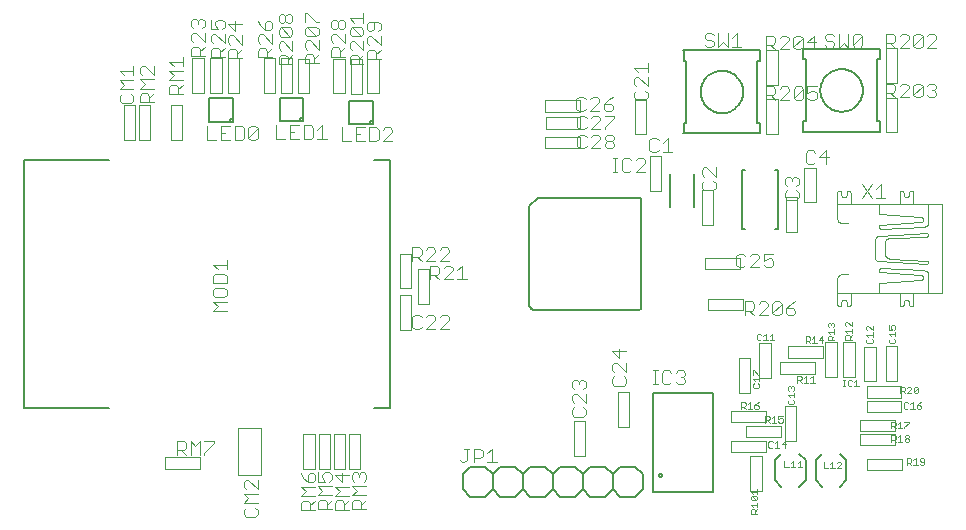
<source format=gto>
G75*
G70*
%OFA0B0*%
%FSLAX24Y24*%
%IPPOS*%
%LPD*%
%AMOC8*
5,1,8,0,0,1.08239X$1,22.5*
%
%ADD10C,0.0050*%
%ADD11C,0.0040*%
%ADD12C,0.0020*%
%ADD13C,0.0080*%
D10*
X012061Y012634D02*
X012602Y012634D01*
X012602Y004366D01*
X012061Y004366D01*
X003252Y012634D02*
X000398Y012634D01*
X000398Y004366D01*
X003252Y004366D01*
X017535Y011370D02*
X020880Y011370D01*
X020897Y011368D01*
X020914Y011364D01*
X020930Y011357D01*
X020944Y011347D01*
X020957Y011334D01*
X020967Y011320D01*
X020974Y011304D01*
X020978Y011287D01*
X020980Y011270D01*
X020980Y007730D01*
X020978Y007713D01*
X020974Y007696D01*
X020967Y007680D01*
X020957Y007666D01*
X020944Y007653D01*
X020930Y007643D01*
X020914Y007636D01*
X020897Y007632D01*
X020880Y007630D01*
X017437Y007630D01*
X017411Y007632D01*
X017386Y007637D01*
X017362Y007645D01*
X017338Y007656D01*
X017317Y007671D01*
X017298Y007688D01*
X017281Y007707D01*
X017266Y007729D01*
X017255Y007752D01*
X017247Y007776D01*
X017242Y007801D01*
X017240Y007827D01*
X017240Y011075D01*
X017535Y011370D01*
X026379Y013562D02*
X028941Y013562D01*
X028941Y016330D02*
X026379Y016330D01*
X026953Y014940D02*
X026955Y014993D01*
X026961Y015045D01*
X026971Y015097D01*
X026984Y015148D01*
X027002Y015198D01*
X027023Y015247D01*
X027048Y015294D01*
X027076Y015338D01*
X027107Y015381D01*
X027142Y015421D01*
X027179Y015458D01*
X027219Y015493D01*
X027262Y015524D01*
X027307Y015552D01*
X027353Y015577D01*
X027402Y015598D01*
X027452Y015616D01*
X027503Y015629D01*
X027555Y015639D01*
X027607Y015645D01*
X027660Y015647D01*
X027713Y015645D01*
X027765Y015639D01*
X027817Y015629D01*
X027868Y015616D01*
X027918Y015598D01*
X027967Y015577D01*
X028014Y015552D01*
X028058Y015524D01*
X028101Y015493D01*
X028141Y015458D01*
X028178Y015421D01*
X028213Y015381D01*
X028244Y015338D01*
X028272Y015293D01*
X028297Y015247D01*
X028318Y015198D01*
X028336Y015148D01*
X028349Y015097D01*
X028359Y015045D01*
X028365Y014993D01*
X028367Y014940D01*
X028365Y014887D01*
X028359Y014835D01*
X028349Y014783D01*
X028336Y014732D01*
X028318Y014682D01*
X028297Y014633D01*
X028272Y014586D01*
X028244Y014542D01*
X028213Y014499D01*
X028178Y014459D01*
X028141Y014422D01*
X028101Y014387D01*
X028058Y014356D01*
X028013Y014328D01*
X027967Y014303D01*
X027918Y014282D01*
X027868Y014264D01*
X027817Y014251D01*
X027765Y014241D01*
X027713Y014235D01*
X027660Y014233D01*
X027607Y014235D01*
X027555Y014241D01*
X027503Y014251D01*
X027452Y014264D01*
X027402Y014282D01*
X027353Y014303D01*
X027306Y014328D01*
X027262Y014356D01*
X027219Y014387D01*
X027179Y014422D01*
X027142Y014459D01*
X027107Y014499D01*
X027076Y014542D01*
X027048Y014587D01*
X027023Y014633D01*
X027002Y014682D01*
X026984Y014732D01*
X026971Y014783D01*
X026961Y014835D01*
X026955Y014887D01*
X026953Y014940D01*
X026380Y016318D02*
X026380Y015973D01*
X026479Y015973D01*
X026479Y013907D01*
X026380Y013907D01*
X026380Y013562D01*
X028940Y016318D02*
X028940Y015973D01*
X028841Y015973D01*
X028841Y013907D01*
X028940Y013907D01*
X028940Y013562D01*
X024951Y013512D02*
X022389Y013512D01*
X022389Y016280D02*
X024951Y016280D01*
X022963Y014890D02*
X022965Y014943D01*
X022971Y014995D01*
X022981Y015047D01*
X022994Y015098D01*
X023012Y015148D01*
X023033Y015197D01*
X023058Y015244D01*
X023086Y015288D01*
X023117Y015331D01*
X023152Y015371D01*
X023189Y015408D01*
X023229Y015443D01*
X023272Y015474D01*
X023317Y015502D01*
X023363Y015527D01*
X023412Y015548D01*
X023462Y015566D01*
X023513Y015579D01*
X023565Y015589D01*
X023617Y015595D01*
X023670Y015597D01*
X023723Y015595D01*
X023775Y015589D01*
X023827Y015579D01*
X023878Y015566D01*
X023928Y015548D01*
X023977Y015527D01*
X024024Y015502D01*
X024068Y015474D01*
X024111Y015443D01*
X024151Y015408D01*
X024188Y015371D01*
X024223Y015331D01*
X024254Y015288D01*
X024282Y015243D01*
X024307Y015197D01*
X024328Y015148D01*
X024346Y015098D01*
X024359Y015047D01*
X024369Y014995D01*
X024375Y014943D01*
X024377Y014890D01*
X024375Y014837D01*
X024369Y014785D01*
X024359Y014733D01*
X024346Y014682D01*
X024328Y014632D01*
X024307Y014583D01*
X024282Y014536D01*
X024254Y014492D01*
X024223Y014449D01*
X024188Y014409D01*
X024151Y014372D01*
X024111Y014337D01*
X024068Y014306D01*
X024023Y014278D01*
X023977Y014253D01*
X023928Y014232D01*
X023878Y014214D01*
X023827Y014201D01*
X023775Y014191D01*
X023723Y014185D01*
X023670Y014183D01*
X023617Y014185D01*
X023565Y014191D01*
X023513Y014201D01*
X023462Y014214D01*
X023412Y014232D01*
X023363Y014253D01*
X023316Y014278D01*
X023272Y014306D01*
X023229Y014337D01*
X023189Y014372D01*
X023152Y014409D01*
X023117Y014449D01*
X023086Y014492D01*
X023058Y014537D01*
X023033Y014583D01*
X023012Y014632D01*
X022994Y014682D01*
X022981Y014733D01*
X022971Y014785D01*
X022965Y014837D01*
X022963Y014890D01*
X022390Y016268D02*
X022390Y015923D01*
X022489Y015923D01*
X022489Y013857D01*
X022390Y013857D01*
X022390Y013512D01*
X024950Y016268D02*
X024950Y015923D01*
X024851Y015923D01*
X024851Y013857D01*
X024950Y013857D01*
X024950Y013512D01*
X007374Y014674D02*
X007374Y013985D01*
X007374Y013886D01*
X007275Y013886D01*
X006586Y013886D01*
X006586Y014674D01*
X007374Y014674D01*
X007374Y013985D02*
X007275Y013985D01*
X007275Y013886D01*
X009714Y014694D02*
X009714Y014005D01*
X009714Y013906D01*
X009615Y013906D01*
X008926Y013906D01*
X008926Y014694D01*
X009714Y014694D01*
X009714Y014005D02*
X009615Y014005D01*
X009615Y013906D01*
X012034Y014604D02*
X012034Y013915D01*
X012034Y013816D01*
X011935Y013816D01*
X011246Y013816D01*
X011246Y014604D01*
X012034Y014604D01*
X012034Y013915D02*
X011935Y013915D01*
X011935Y013816D01*
X025655Y001729D02*
X025438Y001945D01*
X025438Y002615D01*
X025655Y002831D01*
X026245Y002831D02*
X026462Y002615D01*
X026462Y001945D01*
X026245Y001729D01*
X027605Y002831D02*
X027822Y002615D01*
X027822Y001945D01*
X027605Y001729D01*
X027015Y001729D02*
X026798Y001945D01*
X026798Y002615D01*
X027015Y002831D01*
X021380Y001570D02*
X021380Y004870D01*
X023380Y004870D01*
X023380Y001570D01*
X021380Y001570D01*
X021580Y002120D02*
X021582Y002133D01*
X021587Y002146D01*
X021596Y002157D01*
X021607Y002164D01*
X021620Y002169D01*
X021633Y002170D01*
X021647Y002167D01*
X021659Y002161D01*
X021669Y002152D01*
X021676Y002140D01*
X021680Y002127D01*
X021680Y002113D01*
X021676Y002100D01*
X021669Y002088D01*
X021659Y002079D01*
X021647Y002073D01*
X021633Y002070D01*
X021620Y002071D01*
X021607Y002076D01*
X021596Y002083D01*
X021587Y002094D01*
X021582Y002107D01*
X021580Y002120D01*
X024448Y010306D02*
X024349Y010306D01*
X024349Y012274D01*
X024448Y012274D01*
X025432Y012274D02*
X025531Y012274D01*
X025531Y010306D01*
X025432Y010306D01*
X022744Y011069D02*
X022744Y012151D01*
X021956Y012151D02*
X021956Y011069D01*
D11*
X007166Y007592D02*
X006706Y007592D01*
X006859Y007745D01*
X006706Y007898D01*
X007166Y007898D01*
X006706Y008282D02*
X006706Y008129D01*
X006782Y008052D01*
X007089Y008052D01*
X007166Y008129D01*
X007166Y008282D01*
X007089Y008359D01*
X006782Y008359D01*
X006706Y008282D01*
X006706Y008512D02*
X007166Y008512D01*
X007166Y008742D01*
X007089Y008819D01*
X006782Y008819D01*
X006706Y008742D01*
X006706Y008512D01*
X006859Y008973D02*
X006706Y009126D01*
X007166Y009126D01*
X007166Y008973D02*
X007166Y009279D01*
X020031Y012226D02*
X020184Y012226D01*
X020108Y012226D02*
X020108Y012686D01*
X020184Y012686D02*
X020031Y012686D01*
X020645Y012610D02*
X020568Y012686D01*
X020415Y012686D01*
X020338Y012610D01*
X020338Y012303D01*
X020415Y012226D01*
X020568Y012226D01*
X020645Y012303D01*
X021105Y012226D02*
X020798Y012226D01*
X021105Y012533D01*
X021105Y012610D01*
X021028Y012686D01*
X020875Y012686D01*
X020798Y012610D01*
X031020Y008172D02*
X027516Y008172D01*
X027516Y008668D01*
X027518Y008690D01*
X027523Y008712D01*
X027532Y008733D01*
X027543Y008752D01*
X027558Y008769D01*
X027575Y008784D01*
X027594Y008795D01*
X027615Y008804D01*
X027637Y008809D01*
X027659Y008811D01*
X027659Y008812D02*
X027869Y008812D01*
X027885Y010528D02*
X027654Y010528D01*
X027632Y010530D01*
X027611Y010535D01*
X027591Y010543D01*
X027573Y010554D01*
X027556Y010568D01*
X027542Y010585D01*
X027531Y010603D01*
X027523Y010623D01*
X027518Y010644D01*
X027516Y010666D01*
X027516Y011169D01*
X029596Y011169D01*
X031020Y011169D01*
X031020Y008172D01*
X027516Y011169D02*
X027516Y011538D01*
X027515Y011539D02*
X027516Y011552D01*
X027521Y011565D01*
X027528Y011577D01*
X027538Y011587D01*
X027550Y011594D01*
X027563Y011599D01*
X027576Y011600D01*
X027576Y011599D02*
X027576Y011599D01*
X027591Y011597D01*
X027605Y011592D01*
X027617Y011585D01*
X027628Y011574D01*
X027635Y011562D01*
X027640Y011548D01*
X027642Y011533D01*
X027643Y011533D02*
X027643Y011472D01*
X027645Y011455D01*
X027650Y011438D01*
X027658Y011423D01*
X027669Y011410D01*
X027682Y011399D01*
X027697Y011391D01*
X027714Y011386D01*
X027731Y011384D01*
X027742Y011384D01*
X027759Y011386D01*
X027776Y011391D01*
X027791Y011399D01*
X027804Y011410D01*
X027815Y011423D01*
X027823Y011438D01*
X027828Y011455D01*
X027830Y011472D01*
X027830Y011538D01*
X027832Y011552D01*
X027836Y011564D01*
X027843Y011576D01*
X027853Y011586D01*
X027865Y011593D01*
X027877Y011597D01*
X027891Y011599D01*
X027906Y011597D01*
X027920Y011592D01*
X027932Y011585D01*
X027943Y011574D01*
X027950Y011562D01*
X027955Y011548D01*
X027957Y011533D01*
X027957Y011191D01*
X029596Y011169D02*
X029596Y011538D01*
X029597Y011539D02*
X029598Y011552D01*
X029603Y011565D01*
X029610Y011576D01*
X029620Y011586D01*
X029631Y011593D01*
X029644Y011598D01*
X029657Y011599D01*
X029657Y011599D01*
X029672Y011597D01*
X029686Y011592D01*
X029698Y011585D01*
X029709Y011574D01*
X029716Y011562D01*
X029721Y011548D01*
X029723Y011533D01*
X029723Y011472D01*
X029724Y011472D02*
X029726Y011455D01*
X029731Y011438D01*
X029739Y011423D01*
X029750Y011410D01*
X029763Y011399D01*
X029778Y011391D01*
X029795Y011386D01*
X029812Y011384D01*
X029823Y011384D01*
X029840Y011386D01*
X029857Y011391D01*
X029872Y011399D01*
X029885Y011410D01*
X029896Y011423D01*
X029904Y011438D01*
X029909Y011455D01*
X029911Y011472D01*
X029911Y011538D01*
X029913Y011552D01*
X029917Y011564D01*
X029924Y011576D01*
X029934Y011586D01*
X029946Y011593D01*
X029958Y011597D01*
X029972Y011599D01*
X029987Y011597D01*
X030001Y011592D01*
X030013Y011585D01*
X030024Y011574D01*
X030031Y011562D01*
X030036Y011548D01*
X030038Y011533D01*
X030038Y011191D01*
X030038Y008172D02*
X030038Y007802D01*
X030037Y007802D02*
X030036Y007789D01*
X030031Y007776D01*
X030024Y007765D01*
X030014Y007755D01*
X030003Y007748D01*
X029990Y007743D01*
X029977Y007742D01*
X029977Y007741D02*
X029977Y007741D01*
X029962Y007743D01*
X029948Y007748D01*
X029936Y007755D01*
X029925Y007766D01*
X029918Y007778D01*
X029913Y007792D01*
X029911Y007807D01*
X029911Y007868D01*
X029909Y007885D01*
X029904Y007902D01*
X029896Y007917D01*
X029885Y007930D01*
X029872Y007941D01*
X029857Y007949D01*
X029840Y007954D01*
X029823Y007956D01*
X029812Y007956D01*
X029795Y007954D01*
X029778Y007949D01*
X029763Y007941D01*
X029750Y007930D01*
X029739Y007917D01*
X029731Y007902D01*
X029726Y007885D01*
X029724Y007868D01*
X029723Y007868D02*
X029723Y007802D01*
X029724Y007802D02*
X029722Y007788D01*
X029718Y007776D01*
X029711Y007764D01*
X029701Y007754D01*
X029689Y007747D01*
X029677Y007743D01*
X029663Y007741D01*
X029648Y007743D01*
X029634Y007748D01*
X029622Y007755D01*
X029611Y007766D01*
X029604Y007778D01*
X029599Y007792D01*
X029597Y007807D01*
X029596Y007807D02*
X029596Y008150D01*
X027957Y008172D02*
X027957Y007802D01*
X027958Y007802D02*
X027956Y007789D01*
X027952Y007776D01*
X027945Y007764D01*
X027935Y007754D01*
X027923Y007747D01*
X027910Y007742D01*
X027897Y007741D01*
X027896Y007741D02*
X027896Y007741D01*
X027881Y007743D01*
X027867Y007748D01*
X027855Y007755D01*
X027844Y007766D01*
X027837Y007778D01*
X027832Y007792D01*
X027830Y007807D01*
X027830Y007868D01*
X027828Y007885D01*
X027823Y007902D01*
X027815Y007917D01*
X027804Y007930D01*
X027791Y007941D01*
X027776Y007949D01*
X027759Y007954D01*
X027742Y007956D01*
X027731Y007956D01*
X027714Y007954D01*
X027697Y007949D01*
X027682Y007941D01*
X027669Y007930D01*
X027658Y007917D01*
X027650Y007902D01*
X027645Y007885D01*
X027643Y007868D01*
X027643Y007802D01*
X027641Y007788D01*
X027637Y007776D01*
X027630Y007764D01*
X027620Y007754D01*
X027608Y007747D01*
X027596Y007743D01*
X027582Y007741D01*
X027567Y007743D01*
X027553Y007748D01*
X027541Y007755D01*
X027530Y007766D01*
X027523Y007778D01*
X027518Y007792D01*
X027516Y007807D01*
X027516Y008177D01*
X030551Y008194D02*
X030551Y008801D01*
X030549Y008823D01*
X030544Y008844D01*
X030536Y008864D01*
X030525Y008882D01*
X030511Y008899D01*
X030494Y008913D01*
X030476Y008924D01*
X030456Y008932D01*
X030435Y008937D01*
X030413Y008939D01*
X030397Y008939D01*
X028951Y009005D01*
X028937Y009004D01*
X028923Y009000D01*
X028912Y008992D01*
X028902Y008982D01*
X028895Y008970D01*
X028891Y008957D01*
X028890Y008943D01*
X028893Y008929D01*
X028899Y008916D01*
X028907Y008906D01*
X028919Y008897D01*
X028931Y008891D01*
X028945Y008889D01*
X030281Y008801D01*
X030280Y008801D02*
X030299Y008798D01*
X030316Y008791D01*
X030332Y008782D01*
X030346Y008769D01*
X030357Y008754D01*
X030365Y008738D01*
X030370Y008720D01*
X030371Y008701D01*
X030369Y008683D01*
X030363Y008665D01*
X030354Y008649D01*
X030342Y008635D01*
X030327Y008623D01*
X030311Y008614D01*
X030293Y008609D01*
X030275Y008607D01*
X030275Y008608D02*
X028934Y008519D01*
X028922Y008517D01*
X028911Y008511D01*
X028902Y008503D01*
X028895Y008493D01*
X028891Y008482D01*
X028890Y008470D01*
X028890Y008194D01*
X028907Y009242D02*
X028886Y009244D01*
X028866Y009249D01*
X028847Y009257D01*
X028829Y009267D01*
X028813Y009281D01*
X028799Y009297D01*
X028789Y009315D01*
X028781Y009334D01*
X028776Y009354D01*
X028774Y009375D01*
X028906Y009242D02*
X030491Y009160D01*
X030490Y009159D02*
X030504Y009160D01*
X030517Y009165D01*
X030528Y009173D01*
X030537Y009183D01*
X030543Y009196D01*
X030546Y009209D01*
X030545Y009223D01*
X030540Y009236D01*
X030532Y009247D01*
X030522Y009256D01*
X030509Y009262D01*
X030496Y009265D01*
X030496Y009264D02*
X029271Y009331D01*
X029247Y009333D01*
X029223Y009338D01*
X029200Y009346D01*
X029179Y009358D01*
X029159Y009373D01*
X029142Y009390D01*
X029127Y009410D01*
X029115Y009431D01*
X029107Y009454D01*
X029102Y009478D01*
X029100Y009502D01*
X029100Y009849D01*
X029099Y009849D02*
X029101Y009873D01*
X029106Y009896D01*
X029114Y009918D01*
X029125Y009939D01*
X029140Y009958D01*
X029156Y009974D01*
X029175Y009989D01*
X029196Y010000D01*
X029218Y010008D01*
X029241Y010013D01*
X029265Y010015D01*
X029293Y010015D01*
X030491Y010070D01*
X030504Y010072D01*
X030517Y010078D01*
X030528Y010087D01*
X030536Y010098D01*
X030541Y010111D01*
X030543Y010125D01*
X030541Y010139D01*
X030536Y010152D01*
X030528Y010163D01*
X030517Y010172D01*
X030504Y010178D01*
X030491Y010180D01*
X030491Y010181D02*
X028918Y010098D01*
X028895Y010096D01*
X028874Y010091D01*
X028853Y010082D01*
X028833Y010070D01*
X028816Y010056D01*
X028802Y010039D01*
X028790Y010019D01*
X028781Y009998D01*
X028776Y009977D01*
X028774Y009954D01*
X028774Y009375D01*
X030551Y011147D02*
X030551Y010539D01*
X030549Y010517D01*
X030544Y010496D01*
X030536Y010476D01*
X030525Y010458D01*
X030511Y010441D01*
X030494Y010427D01*
X030476Y010416D01*
X030456Y010408D01*
X030435Y010403D01*
X030413Y010401D01*
X030397Y010401D01*
X028951Y010335D01*
X028937Y010336D01*
X028923Y010340D01*
X028912Y010348D01*
X028902Y010358D01*
X028895Y010370D01*
X028891Y010383D01*
X028890Y010397D01*
X028893Y010411D01*
X028899Y010424D01*
X028907Y010434D01*
X028919Y010443D01*
X028931Y010449D01*
X028945Y010451D01*
X030281Y010539D01*
X030280Y010539D02*
X030299Y010542D01*
X030316Y010549D01*
X030332Y010558D01*
X030346Y010571D01*
X030357Y010586D01*
X030365Y010602D01*
X030370Y010620D01*
X030371Y010639D01*
X030369Y010657D01*
X030363Y010675D01*
X030354Y010691D01*
X030342Y010705D01*
X030327Y010717D01*
X030311Y010726D01*
X030293Y010731D01*
X030275Y010733D01*
X028934Y010821D01*
X028922Y010823D01*
X028911Y010829D01*
X028902Y010837D01*
X028895Y010847D01*
X028891Y010858D01*
X028890Y010870D01*
X028890Y010871D02*
X028890Y011147D01*
X028657Y011350D02*
X028350Y011810D01*
X028657Y011810D02*
X028350Y011350D01*
X028810Y011657D02*
X028964Y011810D01*
X028964Y011350D01*
X029117Y011350D02*
X028810Y011350D01*
X027417Y016754D02*
X027340Y016830D01*
X027187Y016830D01*
X027110Y016754D01*
X027110Y016677D01*
X027187Y016600D01*
X027340Y016600D01*
X027417Y016523D01*
X027417Y016447D01*
X027340Y016370D01*
X027187Y016370D01*
X027110Y016447D01*
X027570Y016830D02*
X027570Y016370D01*
X027724Y016523D01*
X027877Y016370D01*
X027877Y016830D01*
X028031Y016447D02*
X028031Y016754D01*
X028107Y016830D01*
X028261Y016830D01*
X028338Y016754D01*
X028338Y016447D01*
X028261Y016370D01*
X028107Y016370D01*
X028031Y016447D01*
X028338Y016754D01*
X023397Y016774D02*
X023320Y016850D01*
X023167Y016850D01*
X023090Y016774D01*
X023090Y016697D01*
X023167Y016620D01*
X023320Y016620D01*
X023397Y016543D01*
X023397Y016467D01*
X023320Y016390D01*
X023167Y016390D01*
X023090Y016467D01*
X023550Y016850D02*
X023550Y016390D01*
X023704Y016543D01*
X023857Y016390D01*
X023857Y016850D01*
X024011Y016697D02*
X024164Y016850D01*
X024164Y016390D01*
X024011Y016390D02*
X024318Y016390D01*
X006507Y013752D02*
X006507Y013291D01*
X006814Y013291D01*
X007274Y013752D02*
X006967Y013752D01*
X006967Y013291D01*
X007274Y013291D01*
X007121Y013521D02*
X006967Y013521D01*
X007428Y013752D02*
X007428Y013291D01*
X007658Y013291D01*
X007735Y013368D01*
X007735Y013675D01*
X007658Y013752D01*
X007428Y013752D01*
X007888Y013368D02*
X007888Y013675D01*
X007965Y013752D01*
X008118Y013752D01*
X008195Y013675D01*
X008195Y013368D01*
X008118Y013291D01*
X007965Y013291D01*
X007888Y013368D01*
X008195Y013675D01*
X008807Y013772D02*
X008807Y013311D01*
X009114Y013311D01*
X009574Y013772D02*
X009267Y013772D01*
X009267Y013311D01*
X009574Y013311D01*
X009421Y013541D02*
X009267Y013541D01*
X009728Y013772D02*
X009728Y013311D01*
X009958Y013311D01*
X010035Y013388D01*
X010035Y013695D01*
X009958Y013772D01*
X009728Y013772D01*
X010188Y013618D02*
X010342Y013772D01*
X010342Y013311D01*
X010495Y013311D02*
X010188Y013311D01*
X010997Y013712D02*
X010997Y013251D01*
X011304Y013251D01*
X011764Y013712D02*
X011457Y013712D01*
X011457Y013251D01*
X011764Y013251D01*
X011611Y013481D02*
X011457Y013481D01*
X011918Y013712D02*
X011918Y013251D01*
X012148Y013251D01*
X012225Y013328D01*
X012225Y013635D01*
X012148Y013712D01*
X011918Y013712D01*
X012685Y013251D02*
X012378Y013251D01*
X012685Y013558D01*
X012685Y013635D01*
X012608Y013712D01*
X012455Y013712D01*
X012378Y013635D01*
X014930Y002617D02*
X015007Y002540D01*
X015083Y002540D01*
X015160Y002617D01*
X015160Y003000D01*
X015083Y003000D02*
X015237Y003000D01*
X015390Y002540D02*
X015390Y003000D01*
X015621Y003000D01*
X015697Y002924D01*
X015697Y002770D01*
X015621Y002693D01*
X015390Y002693D01*
X015851Y002847D02*
X016004Y003000D01*
X016004Y002540D01*
X015851Y002540D02*
X016158Y002540D01*
X013930Y008640D02*
X013930Y009100D01*
X014160Y009100D01*
X014237Y009024D01*
X014237Y008870D01*
X014160Y008793D01*
X013930Y008793D01*
X014083Y008793D02*
X014237Y008640D01*
X014697Y008640D02*
X014390Y008640D01*
X014697Y008947D01*
X014697Y009024D01*
X014621Y009100D01*
X014467Y009100D01*
X014390Y009024D01*
X014851Y008947D02*
X015004Y009100D01*
X015004Y008640D01*
X014851Y008640D02*
X015158Y008640D01*
X013350Y009250D02*
X013350Y009710D01*
X013580Y009710D01*
X013657Y009634D01*
X013657Y009480D01*
X013580Y009403D01*
X013350Y009403D01*
X013503Y009403D02*
X013657Y009250D01*
X014117Y009250D02*
X013810Y009250D01*
X014117Y009557D01*
X014117Y009634D01*
X014041Y009710D01*
X013887Y009710D01*
X013810Y009634D01*
X014578Y009250D02*
X014271Y009250D01*
X014578Y009557D01*
X014578Y009634D01*
X014501Y009710D01*
X014347Y009710D01*
X014271Y009634D01*
X020806Y014937D02*
X020730Y014860D01*
X020730Y014707D01*
X020806Y014630D01*
X021113Y014630D01*
X021190Y014707D01*
X021190Y014860D01*
X021113Y014937D01*
X021190Y015397D02*
X021190Y015090D01*
X020883Y015397D01*
X020806Y015397D01*
X020730Y015321D01*
X020730Y015167D01*
X020806Y015090D01*
X020883Y015551D02*
X020730Y015704D01*
X021190Y015704D01*
X021190Y015551D02*
X021190Y015858D01*
X013657Y007374D02*
X013580Y007450D01*
X013427Y007450D01*
X013350Y007374D01*
X013350Y007067D01*
X013427Y006990D01*
X013580Y006990D01*
X013657Y007067D01*
X014117Y006990D02*
X013810Y006990D01*
X014117Y007297D01*
X014117Y007374D01*
X014041Y007450D01*
X013887Y007450D01*
X013810Y007374D01*
X014578Y006990D02*
X014271Y006990D01*
X014578Y007297D01*
X014578Y007374D01*
X014501Y007450D01*
X014347Y007450D01*
X014271Y007374D01*
X018746Y004377D02*
X018670Y004300D01*
X018670Y004147D01*
X018746Y004070D01*
X019053Y004070D01*
X019130Y004147D01*
X019130Y004300D01*
X019053Y004377D01*
X019130Y004837D02*
X019130Y004530D01*
X018823Y004837D01*
X018746Y004837D01*
X018670Y004761D01*
X018670Y004607D01*
X018746Y004530D01*
X018746Y004991D02*
X018670Y005067D01*
X018670Y005221D01*
X018746Y005298D01*
X018823Y005298D01*
X018900Y005221D01*
X018900Y005144D01*
X018900Y005221D02*
X018977Y005298D01*
X019053Y005298D01*
X019130Y005221D01*
X019130Y005067D01*
X019053Y004991D01*
X020086Y005407D02*
X020010Y005330D01*
X020010Y005177D01*
X020086Y005100D01*
X020393Y005100D01*
X020470Y005177D01*
X020470Y005330D01*
X020393Y005407D01*
X020470Y005867D02*
X020470Y005560D01*
X020163Y005867D01*
X020086Y005867D01*
X020010Y005791D01*
X020010Y005637D01*
X020086Y005560D01*
X020470Y006251D02*
X020010Y006251D01*
X020240Y006021D01*
X020240Y006328D01*
X024456Y009424D02*
X024379Y009500D01*
X024226Y009500D01*
X024149Y009424D01*
X024149Y009117D01*
X024226Y009040D01*
X024379Y009040D01*
X024456Y009117D01*
X024916Y009040D02*
X024609Y009040D01*
X024916Y009347D01*
X024916Y009424D01*
X024839Y009500D01*
X024686Y009500D01*
X024609Y009424D01*
X025376Y009500D02*
X025070Y009500D01*
X025070Y009270D01*
X025223Y009347D01*
X025300Y009347D01*
X025376Y009270D01*
X025376Y009117D01*
X025300Y009040D01*
X025146Y009040D01*
X025070Y009117D01*
X019127Y014644D02*
X019050Y014720D01*
X018897Y014720D01*
X018820Y014644D01*
X018820Y014337D01*
X018897Y014260D01*
X019050Y014260D01*
X019127Y014337D01*
X019587Y014260D02*
X019280Y014260D01*
X019587Y014567D01*
X019587Y014644D01*
X019511Y014720D01*
X019357Y014720D01*
X019280Y014644D01*
X020048Y014720D02*
X019894Y014644D01*
X019741Y014490D01*
X019741Y014337D01*
X019817Y014260D01*
X019971Y014260D01*
X020048Y014337D01*
X020048Y014413D01*
X019971Y014490D01*
X019741Y014490D01*
X019157Y014024D02*
X019080Y014100D01*
X018927Y014100D01*
X018850Y014024D01*
X018850Y013717D01*
X018927Y013640D01*
X019080Y013640D01*
X019157Y013717D01*
X019617Y013640D02*
X019310Y013640D01*
X019617Y013947D01*
X019617Y014024D01*
X019541Y014100D01*
X019387Y014100D01*
X019310Y014024D01*
X019771Y014100D02*
X020078Y014100D01*
X020078Y014024D01*
X019771Y013717D01*
X019771Y013640D01*
X019157Y013394D02*
X019080Y013470D01*
X018927Y013470D01*
X018850Y013394D01*
X018850Y013087D01*
X018927Y013010D01*
X019080Y013010D01*
X019157Y013087D01*
X019617Y013010D02*
X019310Y013010D01*
X019617Y013317D01*
X019617Y013394D01*
X019541Y013470D01*
X019387Y013470D01*
X019310Y013394D01*
X019771Y013394D02*
X019847Y013470D01*
X020001Y013470D01*
X020078Y013394D01*
X020078Y013317D01*
X020001Y013240D01*
X020078Y013163D01*
X020078Y013087D01*
X020001Y013010D01*
X019847Y013010D01*
X019771Y013087D01*
X019771Y013163D01*
X019847Y013240D01*
X019771Y013317D01*
X019771Y013394D01*
X019847Y013240D02*
X020001Y013240D01*
X011800Y000979D02*
X011340Y000979D01*
X011340Y001209D01*
X011416Y001286D01*
X011570Y001286D01*
X011647Y001209D01*
X011647Y000979D01*
X011647Y001132D02*
X011800Y001286D01*
X011800Y001439D02*
X011340Y001439D01*
X011493Y001593D01*
X011340Y001746D01*
X011800Y001746D01*
X011416Y001900D02*
X011340Y001976D01*
X011340Y002130D01*
X011416Y002206D01*
X011493Y002206D01*
X011570Y002130D01*
X011570Y002053D01*
X011570Y002130D02*
X011647Y002206D01*
X011723Y002206D01*
X011800Y002130D01*
X011800Y001976D01*
X011723Y001900D01*
X011230Y000969D02*
X010770Y000969D01*
X010770Y001199D01*
X010846Y001276D01*
X011000Y001276D01*
X011077Y001199D01*
X011077Y000969D01*
X011077Y001122D02*
X011230Y001276D01*
X011230Y001429D02*
X010770Y001429D01*
X010923Y001583D01*
X010770Y001736D01*
X011230Y001736D01*
X011230Y002120D02*
X010770Y002120D01*
X011000Y001890D01*
X011000Y002196D01*
X010660Y000979D02*
X010200Y000979D01*
X010200Y001209D01*
X010276Y001286D01*
X010430Y001286D01*
X010507Y001209D01*
X010507Y000979D01*
X010507Y001132D02*
X010660Y001286D01*
X010660Y001439D02*
X010200Y001439D01*
X010353Y001593D01*
X010200Y001746D01*
X010660Y001746D01*
X010200Y002206D02*
X010200Y001900D01*
X010430Y001900D01*
X010353Y002053D01*
X010353Y002130D01*
X010430Y002206D01*
X010583Y002206D01*
X010660Y002130D01*
X010660Y001976D01*
X010583Y001900D01*
X010100Y000959D02*
X009640Y000959D01*
X009640Y001189D01*
X009716Y001266D01*
X009870Y001266D01*
X009947Y001189D01*
X009947Y000959D01*
X009947Y001112D02*
X010100Y001266D01*
X010100Y001419D02*
X009640Y001419D01*
X009793Y001573D01*
X009640Y001726D01*
X010100Y001726D01*
X009640Y002186D02*
X009716Y002033D01*
X009870Y001880D01*
X010023Y001880D01*
X010100Y001956D01*
X010100Y002110D01*
X010023Y002186D01*
X009947Y002186D01*
X009870Y002110D01*
X009870Y001880D01*
X005700Y014830D02*
X005240Y014830D01*
X005240Y015060D01*
X005316Y015137D01*
X005470Y015137D01*
X005547Y015060D01*
X005547Y014830D01*
X005547Y014983D02*
X005700Y015137D01*
X005700Y015290D02*
X005240Y015290D01*
X005393Y015444D01*
X005240Y015597D01*
X005700Y015597D01*
X005393Y015751D02*
X005240Y015904D01*
X005700Y015904D01*
X005700Y015751D02*
X005700Y016058D01*
X004740Y014540D02*
X004280Y014540D01*
X004280Y014770D01*
X004356Y014847D01*
X004510Y014847D01*
X004587Y014770D01*
X004587Y014540D01*
X004587Y014693D02*
X004740Y014847D01*
X004740Y015000D02*
X004280Y015000D01*
X004433Y015154D01*
X004280Y015307D01*
X004740Y015307D01*
X004740Y015768D02*
X004740Y015461D01*
X004433Y015768D01*
X004356Y015768D01*
X004280Y015691D01*
X004280Y015537D01*
X004356Y015461D01*
X003666Y014827D02*
X003590Y014750D01*
X003590Y014597D01*
X003666Y014520D01*
X003973Y014520D01*
X004050Y014597D01*
X004050Y014750D01*
X003973Y014827D01*
X004050Y014980D02*
X003590Y014980D01*
X003743Y015134D01*
X003590Y015287D01*
X004050Y015287D01*
X003743Y015441D02*
X003590Y015594D01*
X004050Y015594D01*
X004050Y015441D02*
X004050Y015748D01*
X007806Y001036D02*
X007730Y000959D01*
X007730Y000806D01*
X007806Y000729D01*
X008113Y000729D01*
X008190Y000806D01*
X008190Y000959D01*
X008113Y001036D01*
X008190Y001189D02*
X007730Y001189D01*
X007883Y001343D01*
X007730Y001496D01*
X008190Y001496D01*
X008190Y001956D02*
X008190Y001650D01*
X007883Y001956D01*
X007806Y001956D01*
X007730Y001880D01*
X007730Y001726D01*
X007806Y001650D01*
X005500Y002790D02*
X005500Y003250D01*
X005730Y003250D01*
X005807Y003174D01*
X005807Y003020D01*
X005730Y002943D01*
X005500Y002943D01*
X005653Y002943D02*
X005807Y002790D01*
X005960Y002790D02*
X005960Y003250D01*
X006114Y003097D01*
X006267Y003250D01*
X006267Y002790D01*
X006421Y003250D02*
X006728Y003250D01*
X006728Y003174D01*
X006421Y002867D01*
X006421Y002790D01*
X024430Y007450D02*
X024430Y007910D01*
X024660Y007910D01*
X024737Y007834D01*
X024737Y007680D01*
X024660Y007603D01*
X024430Y007603D01*
X024583Y007603D02*
X024737Y007450D01*
X025197Y007450D02*
X024890Y007450D01*
X025197Y007757D01*
X025197Y007834D01*
X025121Y007910D01*
X024967Y007910D01*
X024890Y007834D01*
X025351Y007527D02*
X025351Y007834D01*
X025427Y007910D01*
X025581Y007910D01*
X025658Y007834D01*
X025658Y007527D01*
X025581Y007450D01*
X025427Y007450D01*
X025351Y007527D01*
X025658Y007834D01*
X026118Y007910D02*
X025964Y007834D01*
X025811Y007680D01*
X025811Y007527D01*
X025888Y007450D01*
X026041Y007450D01*
X026118Y007527D01*
X026118Y007603D01*
X026041Y007680D01*
X025811Y007680D01*
X025130Y016310D02*
X025130Y016770D01*
X025360Y016770D01*
X025437Y016694D01*
X025437Y016540D01*
X025360Y016463D01*
X025130Y016463D01*
X025283Y016463D02*
X025437Y016310D01*
X025897Y016310D02*
X025590Y016310D01*
X025897Y016617D01*
X025897Y016694D01*
X025821Y016770D01*
X025667Y016770D01*
X025590Y016694D01*
X026051Y016387D02*
X026051Y016694D01*
X026127Y016770D01*
X026281Y016770D01*
X026358Y016694D01*
X026358Y016387D01*
X026281Y016310D01*
X026127Y016310D01*
X026051Y016387D01*
X026358Y016694D01*
X026741Y016310D02*
X026741Y016770D01*
X026511Y016540D01*
X026818Y016540D01*
X025140Y014620D02*
X025140Y015080D01*
X025370Y015080D01*
X025447Y015004D01*
X025447Y014850D01*
X025370Y014773D01*
X025140Y014773D01*
X025293Y014773D02*
X025447Y014620D01*
X025907Y014620D02*
X025600Y014620D01*
X025907Y014927D01*
X025907Y015004D01*
X025831Y015080D01*
X025677Y015080D01*
X025600Y015004D01*
X026061Y014697D02*
X026061Y015004D01*
X026137Y015080D01*
X026291Y015080D01*
X026368Y015004D01*
X026368Y014697D01*
X026291Y014620D01*
X026137Y014620D01*
X026061Y014697D01*
X026368Y015004D01*
X026828Y015080D02*
X026521Y015080D01*
X026521Y014850D01*
X026674Y014927D01*
X026751Y014927D01*
X026828Y014850D01*
X026828Y014697D01*
X026751Y014620D01*
X026598Y014620D01*
X026521Y014697D01*
X029130Y016360D02*
X029130Y016820D01*
X029360Y016820D01*
X029437Y016744D01*
X029437Y016590D01*
X029360Y016513D01*
X029130Y016513D01*
X029283Y016513D02*
X029437Y016360D01*
X029897Y016360D02*
X029590Y016360D01*
X029897Y016667D01*
X029897Y016744D01*
X029821Y016820D01*
X029667Y016820D01*
X029590Y016744D01*
X030051Y016437D02*
X030051Y016744D01*
X030127Y016820D01*
X030281Y016820D01*
X030358Y016744D01*
X030358Y016437D01*
X030281Y016360D01*
X030127Y016360D01*
X030051Y016437D01*
X030358Y016744D01*
X030818Y016360D02*
X030511Y016360D01*
X030818Y016667D01*
X030818Y016744D01*
X030741Y016820D01*
X030588Y016820D01*
X030511Y016744D01*
X029130Y014710D02*
X029130Y015170D01*
X029360Y015170D01*
X029437Y015094D01*
X029437Y014940D01*
X029360Y014863D01*
X029130Y014863D01*
X029283Y014863D02*
X029437Y014710D01*
X029897Y014710D02*
X029590Y014710D01*
X029897Y015017D01*
X029897Y015094D01*
X029821Y015170D01*
X029667Y015170D01*
X029590Y015094D01*
X030051Y014787D02*
X030051Y015094D01*
X030127Y015170D01*
X030281Y015170D01*
X030358Y015094D01*
X030358Y014787D01*
X030281Y014710D01*
X030127Y014710D01*
X030051Y014787D01*
X030358Y015094D01*
X030511Y015094D02*
X030588Y015170D01*
X030741Y015170D01*
X030818Y015094D01*
X030818Y015017D01*
X030741Y014940D01*
X030664Y014940D01*
X030741Y014940D02*
X030818Y014863D01*
X030818Y014787D01*
X030741Y014710D01*
X030588Y014710D01*
X030511Y014787D01*
X011720Y015820D02*
X011260Y015820D01*
X011260Y016050D01*
X011336Y016127D01*
X011490Y016127D01*
X011567Y016050D01*
X011567Y015820D01*
X011567Y015973D02*
X011720Y016127D01*
X011720Y016587D02*
X011720Y016280D01*
X011413Y016587D01*
X011336Y016587D01*
X011260Y016511D01*
X011260Y016357D01*
X011336Y016280D01*
X011643Y016741D02*
X011336Y016741D01*
X011260Y016817D01*
X011260Y016971D01*
X011336Y017048D01*
X011643Y017048D01*
X011720Y016971D01*
X011720Y016817D01*
X011643Y016741D01*
X011336Y017048D01*
X011413Y017201D02*
X011260Y017354D01*
X011720Y017354D01*
X011720Y017201D02*
X011720Y017508D01*
X012290Y015990D02*
X011830Y015990D01*
X011830Y016220D01*
X011906Y016297D01*
X012060Y016297D01*
X012137Y016220D01*
X012137Y015990D01*
X012137Y016143D02*
X012290Y016297D01*
X012290Y016757D02*
X012290Y016450D01*
X011983Y016757D01*
X011906Y016757D01*
X011830Y016681D01*
X011830Y016527D01*
X011906Y016450D01*
X012213Y016911D02*
X012290Y016987D01*
X012290Y017141D01*
X012213Y017218D01*
X011906Y017218D01*
X011830Y017141D01*
X011830Y016987D01*
X011906Y016911D01*
X011983Y016911D01*
X012060Y016987D01*
X012060Y017218D01*
X011100Y016070D02*
X010640Y016070D01*
X010640Y016300D01*
X010716Y016377D01*
X010870Y016377D01*
X010947Y016300D01*
X010947Y016070D01*
X010947Y016223D02*
X011100Y016377D01*
X011100Y016837D02*
X011100Y016530D01*
X010793Y016837D01*
X010716Y016837D01*
X010640Y016761D01*
X010640Y016607D01*
X010716Y016530D01*
X010716Y016991D02*
X010640Y017067D01*
X010640Y017221D01*
X010716Y017298D01*
X010793Y017298D01*
X010870Y017221D01*
X010947Y017298D01*
X011023Y017298D01*
X011100Y017221D01*
X011100Y017067D01*
X011023Y016991D01*
X010947Y016991D01*
X010870Y017067D01*
X010793Y016991D01*
X010716Y016991D01*
X010870Y017067D02*
X010870Y017221D01*
X009350Y015810D02*
X008890Y015810D01*
X008890Y016040D01*
X008966Y016117D01*
X009120Y016117D01*
X009197Y016040D01*
X009197Y015810D01*
X009197Y015963D02*
X009350Y016117D01*
X009350Y016577D02*
X009350Y016270D01*
X009043Y016577D01*
X008966Y016577D01*
X008890Y016501D01*
X008890Y016347D01*
X008966Y016270D01*
X009273Y016731D02*
X008966Y016731D01*
X008890Y016807D01*
X008890Y016961D01*
X008966Y017038D01*
X009273Y017038D01*
X009350Y016961D01*
X009350Y016807D01*
X009273Y016731D01*
X008966Y017038D01*
X008966Y017191D02*
X008890Y017268D01*
X008890Y017421D01*
X008966Y017498D01*
X009043Y017498D01*
X009120Y017421D01*
X009197Y017498D01*
X009273Y017498D01*
X009350Y017421D01*
X009350Y017268D01*
X009273Y017191D01*
X009197Y017191D01*
X009120Y017268D01*
X009043Y017191D01*
X008966Y017191D01*
X009120Y017268D02*
X009120Y017421D01*
X010230Y015840D02*
X009770Y015840D01*
X009770Y016070D01*
X009846Y016147D01*
X010000Y016147D01*
X010077Y016070D01*
X010077Y015840D01*
X010077Y015993D02*
X010230Y016147D01*
X010230Y016607D02*
X010230Y016300D01*
X009923Y016607D01*
X009846Y016607D01*
X009770Y016531D01*
X009770Y016377D01*
X009846Y016300D01*
X010153Y016761D02*
X009846Y016761D01*
X009770Y016837D01*
X009770Y016991D01*
X009846Y017068D01*
X010153Y017068D01*
X010230Y016991D01*
X010230Y016837D01*
X010153Y016761D01*
X009846Y017068D01*
X009770Y017221D02*
X009770Y017528D01*
X009846Y017528D01*
X010153Y017221D01*
X010230Y017221D01*
X008670Y016040D02*
X008210Y016040D01*
X008210Y016270D01*
X008286Y016347D01*
X008440Y016347D01*
X008517Y016270D01*
X008517Y016040D01*
X008517Y016193D02*
X008670Y016347D01*
X008670Y016807D02*
X008670Y016500D01*
X008363Y016807D01*
X008286Y016807D01*
X008210Y016731D01*
X008210Y016577D01*
X008286Y016500D01*
X008210Y017268D02*
X008286Y017114D01*
X008440Y016961D01*
X008593Y016961D01*
X008670Y017037D01*
X008670Y017191D01*
X008593Y017268D01*
X008517Y017268D01*
X008440Y017191D01*
X008440Y016961D01*
X007090Y016060D02*
X006630Y016060D01*
X006630Y016290D01*
X006706Y016367D01*
X006860Y016367D01*
X006937Y016290D01*
X006937Y016060D01*
X006937Y016213D02*
X007090Y016367D01*
X007090Y016827D02*
X007090Y016520D01*
X006783Y016827D01*
X006706Y016827D01*
X006630Y016751D01*
X006630Y016597D01*
X006706Y016520D01*
X006630Y017288D02*
X006630Y016981D01*
X006860Y016981D01*
X006783Y017134D01*
X006783Y017211D01*
X006860Y017288D01*
X007013Y017288D01*
X007090Y017211D01*
X007090Y017057D01*
X007013Y016981D01*
X007670Y016010D02*
X007210Y016010D01*
X007210Y016240D01*
X007286Y016317D01*
X007440Y016317D01*
X007517Y016240D01*
X007517Y016010D01*
X007517Y016163D02*
X007670Y016317D01*
X007670Y016777D02*
X007670Y016470D01*
X007363Y016777D01*
X007286Y016777D01*
X007210Y016701D01*
X007210Y016547D01*
X007286Y016470D01*
X007670Y017161D02*
X007210Y017161D01*
X007440Y016931D01*
X007440Y017238D01*
X006430Y016090D02*
X005970Y016090D01*
X005970Y016320D01*
X006046Y016397D01*
X006200Y016397D01*
X006277Y016320D01*
X006277Y016090D01*
X006277Y016243D02*
X006430Y016397D01*
X006430Y016857D02*
X006430Y016550D01*
X006123Y016857D01*
X006046Y016857D01*
X005970Y016781D01*
X005970Y016627D01*
X006046Y016550D01*
X006046Y017011D02*
X005970Y017087D01*
X005970Y017241D01*
X006046Y017318D01*
X006123Y017318D01*
X006200Y017241D01*
X006200Y017164D01*
X006200Y017241D02*
X006277Y017318D01*
X006353Y017318D01*
X006430Y017241D01*
X006430Y017087D01*
X006353Y017011D01*
X021370Y005150D02*
X021523Y005150D01*
X021447Y005150D02*
X021447Y005610D01*
X021523Y005610D02*
X021370Y005610D01*
X021984Y005534D02*
X021907Y005610D01*
X021754Y005610D01*
X021677Y005534D01*
X021677Y005227D01*
X021754Y005150D01*
X021907Y005150D01*
X021984Y005227D01*
X022137Y005534D02*
X022214Y005610D01*
X022367Y005610D01*
X022444Y005534D01*
X022444Y005457D01*
X022367Y005380D01*
X022291Y005380D01*
X022367Y005380D02*
X022444Y005303D01*
X022444Y005227D01*
X022367Y005150D01*
X022214Y005150D01*
X022137Y005227D01*
X026767Y012864D02*
X026690Y012940D01*
X026537Y012940D01*
X026460Y012864D01*
X026460Y012557D01*
X026537Y012480D01*
X026690Y012480D01*
X026767Y012557D01*
X027151Y012480D02*
X027151Y012940D01*
X026920Y012710D01*
X027227Y012710D01*
X025846Y011607D02*
X025770Y011530D01*
X025770Y011377D01*
X025846Y011300D01*
X026153Y011300D01*
X026230Y011377D01*
X026230Y011530D01*
X026153Y011607D01*
X025846Y011760D02*
X025770Y011837D01*
X025770Y011991D01*
X025846Y012067D01*
X025923Y012067D01*
X026000Y011991D01*
X026000Y011914D01*
X026000Y011991D02*
X026077Y012067D01*
X026153Y012067D01*
X026230Y011991D01*
X026230Y011837D01*
X026153Y011760D01*
X021557Y013274D02*
X021480Y013350D01*
X021327Y013350D01*
X021250Y013274D01*
X021250Y012967D01*
X021327Y012890D01*
X021480Y012890D01*
X021557Y012967D01*
X021710Y013197D02*
X021864Y013350D01*
X021864Y012890D01*
X022017Y012890D02*
X021710Y012890D01*
X023076Y011917D02*
X023000Y011840D01*
X023000Y011687D01*
X023076Y011610D01*
X023383Y011610D01*
X023460Y011687D01*
X023460Y011840D01*
X023383Y011917D01*
X023460Y012377D02*
X023460Y012070D01*
X023153Y012377D01*
X023076Y012377D01*
X023000Y012301D01*
X023000Y012147D01*
X023076Y012070D01*
D12*
X027713Y005077D02*
X027787Y005077D01*
X027750Y005077D02*
X027750Y005297D01*
X027713Y005297D02*
X027787Y005297D01*
X028007Y005260D02*
X027971Y005297D01*
X027897Y005297D01*
X027861Y005260D01*
X027861Y005113D01*
X027897Y005077D01*
X027971Y005077D01*
X028007Y005113D01*
X028082Y005223D02*
X028155Y005297D01*
X028155Y005077D01*
X028082Y005077D02*
X028228Y005077D01*
X024920Y005360D02*
X024920Y006520D01*
X025300Y006520D01*
X025300Y005360D01*
X024920Y005360D01*
X024977Y006793D02*
X024940Y006830D01*
X024867Y006830D01*
X024830Y006793D01*
X024830Y006647D01*
X024867Y006610D01*
X024940Y006610D01*
X024977Y006647D01*
X025051Y006757D02*
X025124Y006830D01*
X025124Y006610D01*
X025051Y006610D02*
X025198Y006610D01*
X025272Y006757D02*
X025345Y006830D01*
X025345Y006610D01*
X025272Y006610D02*
X025419Y006610D01*
X028420Y005240D02*
X028420Y006400D01*
X028800Y006400D01*
X028800Y005240D01*
X028420Y005240D01*
X028517Y006657D02*
X028480Y006620D01*
X028480Y006547D01*
X028517Y006510D01*
X028663Y006510D01*
X028700Y006547D01*
X028700Y006620D01*
X028663Y006657D01*
X028553Y006731D02*
X028480Y006804D01*
X028700Y006804D01*
X028700Y006731D02*
X028700Y006878D01*
X028700Y007099D02*
X028700Y006952D01*
X028553Y007099D01*
X028517Y007099D01*
X028480Y007062D01*
X028480Y006989D01*
X028517Y006952D01*
X026140Y004420D02*
X026140Y003260D01*
X025760Y003260D01*
X025760Y004420D01*
X026140Y004420D01*
X025897Y004637D02*
X025860Y004600D01*
X025860Y004527D01*
X025897Y004490D01*
X026043Y004490D01*
X026080Y004527D01*
X026080Y004600D01*
X026043Y004637D01*
X025933Y004711D02*
X025860Y004784D01*
X026080Y004784D01*
X026080Y004711D02*
X026080Y004858D01*
X025897Y004932D02*
X025860Y004969D01*
X025860Y005042D01*
X025897Y005079D01*
X025933Y005079D01*
X025970Y005042D01*
X025970Y005005D01*
X025970Y005042D02*
X026007Y005079D01*
X026043Y005079D01*
X026080Y005042D01*
X026080Y004969D01*
X026043Y004932D01*
X023970Y003260D02*
X025130Y003260D01*
X025130Y002880D01*
X023970Y002880D01*
X023970Y003260D01*
X025367Y003213D02*
X025330Y003250D01*
X025257Y003250D01*
X025220Y003213D01*
X025220Y003067D01*
X025257Y003030D01*
X025330Y003030D01*
X025367Y003067D01*
X025441Y003177D02*
X025514Y003250D01*
X025514Y003030D01*
X025441Y003030D02*
X025588Y003030D01*
X025772Y003030D02*
X025772Y003250D01*
X025662Y003140D01*
X025809Y003140D01*
X029140Y005260D02*
X029140Y006420D01*
X029520Y006420D01*
X029520Y005260D01*
X029140Y005260D01*
X029267Y006667D02*
X029230Y006630D01*
X029230Y006557D01*
X029267Y006520D01*
X029413Y006520D01*
X029450Y006557D01*
X029450Y006630D01*
X029413Y006667D01*
X029303Y006741D02*
X029230Y006814D01*
X029450Y006814D01*
X029450Y006741D02*
X029450Y006888D01*
X029230Y007109D02*
X029230Y006962D01*
X029340Y006962D01*
X029303Y007035D01*
X029303Y007072D01*
X029340Y007109D01*
X029413Y007109D01*
X029450Y007072D01*
X029450Y006999D01*
X029413Y006962D01*
X028490Y004600D02*
X029650Y004600D01*
X029650Y004220D01*
X028490Y004220D01*
X028490Y004600D01*
X029877Y004513D02*
X029840Y004550D01*
X029767Y004550D01*
X029730Y004513D01*
X029730Y004367D01*
X029767Y004330D01*
X029840Y004330D01*
X029877Y004367D01*
X029951Y004477D02*
X030024Y004550D01*
X030024Y004330D01*
X029951Y004330D02*
X030098Y004330D01*
X030319Y004550D02*
X030245Y004513D01*
X030172Y004440D01*
X030172Y004367D01*
X030209Y004330D01*
X030282Y004330D01*
X030319Y004367D01*
X030319Y004403D01*
X030282Y004440D01*
X030172Y004440D01*
X024620Y006010D02*
X024620Y004850D01*
X024240Y004850D01*
X024240Y006010D01*
X024620Y006010D01*
X024727Y005174D02*
X024690Y005137D01*
X024690Y005064D01*
X024727Y005027D01*
X024873Y005027D01*
X024910Y005064D01*
X024910Y005137D01*
X024873Y005174D01*
X024763Y005248D02*
X024690Y005321D01*
X024910Y005321D01*
X024910Y005248D02*
X024910Y005395D01*
X024690Y005469D02*
X024690Y005616D01*
X024727Y005616D01*
X024873Y005469D01*
X024910Y005469D01*
X026770Y005500D02*
X025610Y005500D01*
X025610Y005880D01*
X026770Y005880D01*
X026770Y005500D01*
X026177Y005200D02*
X026177Y005420D01*
X026287Y005420D01*
X026324Y005383D01*
X026324Y005310D01*
X026287Y005273D01*
X026177Y005273D01*
X026250Y005273D02*
X026324Y005200D01*
X026398Y005347D02*
X026471Y005420D01*
X026471Y005200D01*
X026398Y005200D02*
X026545Y005200D01*
X026619Y005347D02*
X026692Y005420D01*
X026692Y005200D01*
X026619Y005200D02*
X026766Y005200D01*
X027720Y005380D02*
X027720Y006540D01*
X028100Y006540D01*
X028100Y005380D01*
X027720Y005380D01*
X028000Y006630D02*
X027780Y006630D01*
X027780Y006740D01*
X027817Y006777D01*
X027890Y006777D01*
X027927Y006740D01*
X027927Y006630D01*
X027927Y006703D02*
X028000Y006777D01*
X027853Y006851D02*
X027780Y006924D01*
X028000Y006924D01*
X028000Y006851D02*
X028000Y006998D01*
X028000Y007219D02*
X028000Y007072D01*
X027853Y007219D01*
X027817Y007219D01*
X027780Y007182D01*
X027780Y007109D01*
X027817Y007072D01*
X027500Y006540D02*
X027500Y005380D01*
X027120Y005380D01*
X027120Y006540D01*
X027500Y006540D01*
X027410Y006610D02*
X027190Y006610D01*
X027190Y006720D01*
X027227Y006757D01*
X027300Y006757D01*
X027337Y006720D01*
X027337Y006610D01*
X027337Y006683D02*
X027410Y006757D01*
X027263Y006831D02*
X027190Y006904D01*
X027410Y006904D01*
X027410Y006831D02*
X027410Y006978D01*
X027227Y007052D02*
X027190Y007089D01*
X027190Y007162D01*
X027227Y007199D01*
X027263Y007199D01*
X027300Y007162D01*
X027300Y007125D01*
X027300Y007162D02*
X027337Y007199D01*
X027373Y007199D01*
X027410Y007162D01*
X027410Y007089D01*
X027373Y007052D01*
X025880Y006410D02*
X027040Y006410D01*
X027040Y006030D01*
X025880Y006030D01*
X025880Y006410D01*
X026460Y006520D02*
X026460Y006740D01*
X026570Y006740D01*
X026607Y006703D01*
X026607Y006630D01*
X026570Y006593D01*
X026460Y006593D01*
X026533Y006593D02*
X026607Y006520D01*
X026681Y006667D02*
X026754Y006740D01*
X026754Y006520D01*
X026681Y006520D02*
X026828Y006520D01*
X027012Y006520D02*
X027012Y006740D01*
X026902Y006630D01*
X027049Y006630D01*
X024480Y003770D02*
X025640Y003770D01*
X025640Y003390D01*
X024480Y003390D01*
X024480Y003770D01*
X025110Y003870D02*
X025110Y004090D01*
X025220Y004090D01*
X025257Y004053D01*
X025257Y003980D01*
X025220Y003943D01*
X025110Y003943D01*
X025183Y003943D02*
X025257Y003870D01*
X025331Y004017D02*
X025404Y004090D01*
X025404Y003870D01*
X025331Y003870D02*
X025478Y003870D01*
X025699Y004090D02*
X025552Y004090D01*
X025552Y003980D01*
X025625Y004017D01*
X025662Y004017D01*
X025699Y003980D01*
X025699Y003907D01*
X025662Y003870D01*
X025589Y003870D01*
X025552Y003907D01*
X023970Y004260D02*
X025130Y004260D01*
X025130Y003880D01*
X023970Y003880D01*
X023970Y004260D01*
X024310Y004330D02*
X024310Y004550D01*
X024420Y004550D01*
X024457Y004513D01*
X024457Y004440D01*
X024420Y004403D01*
X024310Y004403D01*
X024383Y004403D02*
X024457Y004330D01*
X024531Y004477D02*
X024604Y004550D01*
X024604Y004330D01*
X024531Y004330D02*
X024678Y004330D01*
X024899Y004550D02*
X024825Y004513D01*
X024752Y004440D01*
X024752Y004367D01*
X024789Y004330D01*
X024862Y004330D01*
X024899Y004367D01*
X024899Y004403D01*
X024862Y004440D01*
X024752Y004440D01*
X029430Y003590D02*
X028270Y003590D01*
X028270Y003970D01*
X029430Y003970D01*
X029430Y003590D01*
X029310Y003680D02*
X029310Y003900D01*
X029420Y003900D01*
X029457Y003863D01*
X029457Y003790D01*
X029420Y003753D01*
X029310Y003753D01*
X029383Y003753D02*
X029457Y003680D01*
X029531Y003827D02*
X029604Y003900D01*
X029604Y003680D01*
X029531Y003680D02*
X029678Y003680D01*
X029752Y003900D02*
X029899Y003900D01*
X029899Y003863D01*
X029752Y003717D01*
X029752Y003680D01*
X028270Y003500D02*
X029430Y003500D01*
X029430Y003120D01*
X028270Y003120D01*
X028270Y003500D01*
X029320Y003230D02*
X029320Y003450D01*
X029430Y003450D01*
X029467Y003413D01*
X029467Y003340D01*
X029430Y003303D01*
X029320Y003303D01*
X029393Y003303D02*
X029467Y003230D01*
X029541Y003377D02*
X029614Y003450D01*
X029614Y003230D01*
X029541Y003230D02*
X029688Y003230D01*
X029762Y003413D02*
X029799Y003450D01*
X029872Y003450D01*
X029909Y003413D01*
X029909Y003377D01*
X029872Y003340D01*
X029909Y003303D01*
X029909Y003267D01*
X029872Y003230D01*
X029799Y003230D01*
X029762Y003267D01*
X029762Y003303D01*
X029799Y003340D01*
X029762Y003377D01*
X029762Y003413D01*
X029799Y003340D02*
X029872Y003340D01*
X029660Y002280D02*
X028500Y002280D01*
X028500Y002660D01*
X029660Y002660D01*
X029660Y002280D01*
X029830Y002460D02*
X029830Y002680D01*
X029940Y002680D01*
X029977Y002643D01*
X029977Y002570D01*
X029940Y002533D01*
X029830Y002533D01*
X029903Y002533D02*
X029977Y002460D01*
X030051Y002607D02*
X030124Y002680D01*
X030124Y002460D01*
X030051Y002460D02*
X030198Y002460D01*
X030272Y002497D02*
X030309Y002460D01*
X030382Y002460D01*
X030419Y002497D01*
X030419Y002643D01*
X030382Y002680D01*
X030309Y002680D01*
X030272Y002643D01*
X030272Y002607D01*
X030309Y002570D01*
X030419Y002570D01*
X028490Y005080D02*
X029650Y005080D01*
X029650Y004700D01*
X028490Y004700D01*
X028490Y005080D01*
X029620Y004850D02*
X029620Y005070D01*
X029730Y005070D01*
X029767Y005033D01*
X029767Y004960D01*
X029730Y004923D01*
X029620Y004923D01*
X029693Y004923D02*
X029767Y004850D01*
X029988Y004850D02*
X029841Y004850D01*
X029988Y004997D01*
X029988Y005033D01*
X029951Y005070D01*
X029878Y005070D01*
X029841Y005033D01*
X030062Y004887D02*
X030062Y005033D01*
X030099Y005070D01*
X030172Y005070D01*
X030209Y005033D01*
X030209Y004887D01*
X030172Y004850D01*
X030099Y004850D01*
X030062Y004887D01*
X030209Y005033D01*
X025750Y002600D02*
X025750Y002380D01*
X025897Y002380D01*
X025971Y002527D02*
X026044Y002600D01*
X026044Y002380D01*
X025971Y002380D02*
X026118Y002380D01*
X026192Y002527D02*
X026265Y002600D01*
X026265Y002380D01*
X026192Y002380D02*
X026339Y002380D01*
X027060Y002570D02*
X027060Y002350D01*
X027207Y002350D01*
X027281Y002497D02*
X027354Y002570D01*
X027354Y002350D01*
X027281Y002350D02*
X027428Y002350D01*
X027649Y002350D02*
X027502Y002350D01*
X027649Y002497D01*
X027649Y002533D01*
X027612Y002570D01*
X027539Y002570D01*
X027502Y002533D01*
X013920Y008990D02*
X013920Y007830D01*
X013540Y007830D01*
X013540Y008990D01*
X013920Y008990D01*
X013320Y009500D02*
X013320Y008340D01*
X012940Y008340D01*
X012940Y009500D01*
X013320Y009500D01*
X021140Y014660D02*
X021140Y013500D01*
X020760Y013500D01*
X020760Y014660D01*
X021140Y014660D01*
X012940Y006970D02*
X012940Y008130D01*
X013320Y008130D01*
X013320Y006970D01*
X012940Y006970D01*
X019110Y003910D02*
X019110Y002750D01*
X018730Y002750D01*
X018730Y003910D01*
X019110Y003910D01*
X020190Y003720D02*
X020190Y004880D01*
X020570Y004880D01*
X020570Y003720D01*
X020190Y003720D01*
X024260Y008980D02*
X023100Y008980D01*
X023100Y009360D01*
X024260Y009360D01*
X024260Y008980D01*
X017780Y014610D02*
X018940Y014610D01*
X018940Y014230D01*
X017780Y014230D01*
X017780Y014610D01*
X017790Y014050D02*
X018950Y014050D01*
X018950Y013670D01*
X017790Y013670D01*
X017790Y014050D01*
X017780Y013390D02*
X018940Y013390D01*
X018940Y013010D01*
X017780Y013010D01*
X017780Y013390D01*
X011620Y003490D02*
X011620Y002330D01*
X011240Y002330D01*
X011240Y003490D01*
X011620Y003490D01*
X011110Y003490D02*
X011110Y002330D01*
X010730Y002330D01*
X010730Y003490D01*
X011110Y003490D01*
X010610Y003490D02*
X010610Y002330D01*
X010230Y002330D01*
X010230Y003490D01*
X010610Y003490D01*
X010090Y003490D02*
X010090Y002330D01*
X009710Y002330D01*
X009710Y003490D01*
X010090Y003490D01*
X005680Y014440D02*
X005680Y013280D01*
X005300Y013280D01*
X005300Y014440D01*
X005680Y014440D01*
X004610Y014440D02*
X004610Y013280D01*
X004230Y013280D01*
X004230Y014440D01*
X004610Y014440D01*
X004110Y014440D02*
X004110Y013280D01*
X003730Y013280D01*
X003730Y014440D01*
X004110Y014440D01*
X008307Y003677D02*
X008307Y002123D01*
X007533Y002123D02*
X007533Y003677D01*
X008307Y003677D01*
X008307Y002123D02*
X007533Y002123D01*
X005100Y002710D02*
X006260Y002710D01*
X006260Y002330D01*
X005100Y002330D01*
X005100Y002710D01*
X023210Y008000D02*
X024370Y008000D01*
X024370Y007620D01*
X023210Y007620D01*
X023210Y008000D01*
X025150Y015130D02*
X025150Y016290D01*
X025530Y016290D01*
X025530Y015130D01*
X025150Y015130D01*
X025150Y013490D02*
X025150Y014650D01*
X025530Y014650D01*
X025530Y013490D01*
X025150Y013490D01*
X029140Y015200D02*
X029140Y016360D01*
X029520Y016360D01*
X029520Y015200D01*
X029140Y015200D01*
X029130Y013540D02*
X029130Y014700D01*
X029510Y014700D01*
X029510Y013540D01*
X029130Y013540D01*
X011670Y015990D02*
X011670Y014830D01*
X011290Y014830D01*
X011290Y015990D01*
X011670Y015990D01*
X012230Y016000D02*
X012230Y014840D01*
X011850Y014840D01*
X011850Y016000D01*
X012230Y016000D01*
X011090Y016000D02*
X011090Y014840D01*
X010710Y014840D01*
X010710Y016000D01*
X011090Y016000D01*
X009340Y016010D02*
X009340Y014850D01*
X008960Y014850D01*
X008960Y016010D01*
X009340Y016010D01*
X009920Y016000D02*
X009920Y014840D01*
X009540Y014840D01*
X009540Y016000D01*
X009920Y016000D01*
X008780Y016020D02*
X008780Y014860D01*
X008400Y014860D01*
X008400Y016020D01*
X008780Y016020D01*
X007000Y016030D02*
X007000Y014870D01*
X006620Y014870D01*
X006620Y016030D01*
X007000Y016030D01*
X007570Y016020D02*
X007570Y014860D01*
X007190Y014860D01*
X007190Y016020D01*
X007570Y016020D01*
X006390Y016030D02*
X006390Y014870D01*
X006010Y014870D01*
X006010Y016030D01*
X006390Y016030D01*
X024610Y001580D02*
X024610Y002740D01*
X024990Y002740D01*
X024990Y001580D01*
X024610Y001580D01*
X024850Y000830D02*
X024630Y000830D01*
X024630Y000940D01*
X024667Y000977D01*
X024740Y000977D01*
X024777Y000940D01*
X024777Y000830D01*
X024777Y000903D02*
X024850Y000977D01*
X024703Y001051D02*
X024630Y001124D01*
X024850Y001124D01*
X024850Y001051D02*
X024850Y001198D01*
X024813Y001272D02*
X024667Y001272D01*
X024630Y001309D01*
X024630Y001382D01*
X024667Y001419D01*
X024813Y001419D01*
X024850Y001382D01*
X024850Y001309D01*
X024813Y001272D01*
X024667Y001419D01*
X024703Y001493D02*
X024630Y001566D01*
X024850Y001566D01*
X024850Y001493D02*
X024850Y001640D01*
X026410Y011210D02*
X026410Y012370D01*
X026790Y012370D01*
X026790Y011210D01*
X026410Y011210D01*
X026180Y011380D02*
X026180Y010220D01*
X025800Y010220D01*
X025800Y011380D01*
X026180Y011380D01*
X021270Y011600D02*
X021270Y012760D01*
X021650Y012760D01*
X021650Y011600D01*
X021270Y011600D01*
X023380Y011620D02*
X023380Y010460D01*
X023000Y010460D01*
X023000Y011620D01*
X023380Y011620D01*
D13*
X015030Y002150D02*
X015280Y002400D01*
X015780Y002400D01*
X016030Y002150D01*
X016280Y002400D01*
X016780Y002400D01*
X017030Y002150D01*
X017280Y002400D01*
X017780Y002400D01*
X018030Y002150D01*
X018280Y002400D01*
X018780Y002400D01*
X019030Y002150D01*
X019280Y002400D01*
X019780Y002400D01*
X020030Y002150D01*
X020280Y002400D01*
X020780Y002400D01*
X021030Y002150D01*
X021030Y001650D01*
X020780Y001400D01*
X020280Y001400D01*
X020030Y001650D01*
X019780Y001400D01*
X019280Y001400D01*
X019030Y001650D01*
X018780Y001400D01*
X018280Y001400D01*
X018030Y001650D01*
X017780Y001400D01*
X017280Y001400D01*
X017030Y001650D01*
X016780Y001400D01*
X016280Y001400D01*
X016030Y001650D01*
X015780Y001400D01*
X015280Y001400D01*
X015030Y001650D01*
X015030Y002150D01*
X016030Y002150D02*
X016030Y001650D01*
X017030Y001650D02*
X017030Y002150D01*
X018030Y002150D02*
X018030Y001650D01*
X019030Y001650D02*
X019030Y002150D01*
X020030Y002150D02*
X020030Y001650D01*
M02*

</source>
